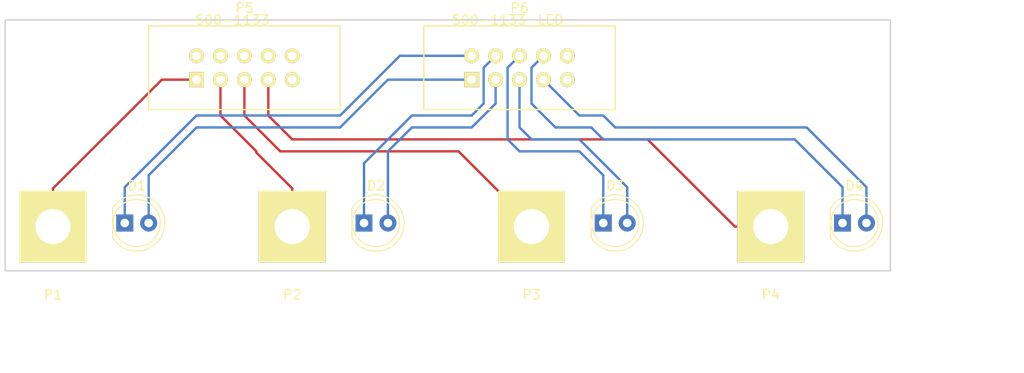
<source format=kicad_pcb>
(kicad_pcb (version 20171130) (host pcbnew "(5.0.0)")

  (general
    (thickness 1.6)
    (drawings 7)
    (tracks 64)
    (zones 0)
    (modules 10)
    (nets 13)
  )

  (page A4)
  (layers
    (0 F.Cu signal)
    (31 B.Cu signal)
    (32 B.Adhes user)
    (33 F.Adhes user)
    (34 B.Paste user)
    (35 F.Paste user)
    (36 B.SilkS user)
    (37 F.SilkS user)
    (38 B.Mask user)
    (39 F.Mask user)
    (40 Dwgs.User user)
    (41 Cmts.User user)
    (42 Eco1.User user)
    (43 Eco2.User user)
    (44 Edge.Cuts user)
    (45 Margin user)
    (46 B.CrtYd user)
    (47 F.CrtYd user)
    (48 B.Fab user)
    (49 F.Fab user)
  )

  (setup
    (last_trace_width 0.25)
    (trace_clearance 0.2)
    (zone_clearance 0.508)
    (zone_45_only no)
    (trace_min 0.2)
    (segment_width 0.2)
    (edge_width 0.15)
    (via_size 0.8)
    (via_drill 0.4)
    (via_min_size 0.4)
    (via_min_drill 0.3)
    (uvia_size 0.3)
    (uvia_drill 0.1)
    (uvias_allowed no)
    (uvia_min_size 0.2)
    (uvia_min_drill 0.1)
    (pcb_text_width 0.3)
    (pcb_text_size 1.5 1.5)
    (mod_edge_width 0.15)
    (mod_text_size 1 1)
    (mod_text_width 0.15)
    (pad_size 1.524 1.524)
    (pad_drill 0.762)
    (pad_to_mask_clearance 0.2)
    (aux_axis_origin 0 0)
    (visible_elements FFFFEF7F)
    (pcbplotparams
      (layerselection 0x010fc_ffffffff)
      (usegerberextensions false)
      (usegerberattributes false)
      (usegerberadvancedattributes false)
      (creategerberjobfile false)
      (excludeedgelayer true)
      (linewidth 0.100000)
      (plotframeref false)
      (viasonmask false)
      (mode 1)
      (useauxorigin false)
      (hpglpennumber 1)
      (hpglpenspeed 20)
      (hpglpendiameter 15.000000)
      (psnegative false)
      (psa4output false)
      (plotreference true)
      (plotvalue true)
      (plotinvisibletext false)
      (padsonsilk false)
      (subtractmaskfromsilk false)
      (outputformat 1)
      (mirror false)
      (drillshape 1)
      (scaleselection 1)
      (outputdirectory ""))
  )

  (net 0 "")
  (net 1 "Net-(D1-Pad1)")
  (net 2 "Net-(D1-Pad2)")
  (net 3 "Net-(D2-Pad2)")
  (net 4 "Net-(D2-Pad1)")
  (net 5 "Net-(D3-Pad1)")
  (net 6 "Net-(D3-Pad2)")
  (net 7 "Net-(D4-Pad2)")
  (net 8 "Net-(D4-Pad1)")
  (net 9 "Net-(P1-Pad1)")
  (net 10 "Net-(P2-Pad1)")
  (net 11 "Net-(P3-Pad1)")
  (net 12 "Net-(P4-Pad1)")

  (net_class Default "This is the default net class."
    (clearance 0.2)
    (trace_width 0.25)
    (via_dia 0.8)
    (via_drill 0.4)
    (uvia_dia 0.3)
    (uvia_drill 0.1)
    (add_net "Net-(D1-Pad1)")
    (add_net "Net-(D1-Pad2)")
    (add_net "Net-(D2-Pad1)")
    (add_net "Net-(D2-Pad2)")
    (add_net "Net-(D3-Pad1)")
    (add_net "Net-(D3-Pad2)")
    (add_net "Net-(D4-Pad1)")
    (add_net "Net-(D4-Pad2)")
    (add_net "Net-(P1-Pad1)")
    (add_net "Net-(P2-Pad1)")
    (add_net "Net-(P3-Pad1)")
    (add_net "Net-(P4-Pad1)")
  )

  (module FootPrints:LED_5.0mm (layer F.Cu) (tedit 58A0C566) (tstamp 5B6E1C7B)
    (at 83.82 45.72)
    (descr "LED, diameter 5.0mm, 2 pins, http://cdn-reichelt.de/documents/datenblatt/A500/LL-504BC2E-009.pdf")
    (tags "LED diameter 5.0mm 2 pins")
    (path /5B6EA28E)
    (fp_text reference D1 (at 1.27 -3.96) (layer F.SilkS)
      (effects (font (size 1 1) (thickness 0.15)))
    )
    (fp_text value LED_ALT (at 1.27 3.96) (layer F.Fab)
      (effects (font (size 1 1) (thickness 0.15)))
    )
    (fp_arc (start 1.27 0) (end -1.23 -1.469694) (angle 299.1) (layer F.Fab) (width 0.1))
    (fp_arc (start 1.27 0) (end -1.29 -1.54483) (angle 148.9) (layer F.SilkS) (width 0.12))
    (fp_arc (start 1.27 0) (end -1.29 1.54483) (angle -148.9) (layer F.SilkS) (width 0.12))
    (fp_circle (center 1.27 0) (end 3.77 0) (layer F.Fab) (width 0.1))
    (fp_circle (center 1.27 0) (end 3.77 0) (layer F.SilkS) (width 0.12))
    (fp_line (start -1.23 -1.469694) (end -1.23 1.469694) (layer F.Fab) (width 0.1))
    (fp_line (start -1.29 -1.545) (end -1.29 1.545) (layer F.SilkS) (width 0.12))
    (fp_line (start -1.95 -3.25) (end -1.95 3.25) (layer F.CrtYd) (width 0.05))
    (fp_line (start -1.95 3.25) (end 4.5 3.25) (layer F.CrtYd) (width 0.05))
    (fp_line (start 4.5 3.25) (end 4.5 -3.25) (layer F.CrtYd) (width 0.05))
    (fp_line (start 4.5 -3.25) (end -1.95 -3.25) (layer F.CrtYd) (width 0.05))
    (pad 1 thru_hole rect (at 0 0) (size 1.8 1.8) (drill 0.9144) (layers *.Cu *.Mask)
      (net 1 "Net-(D1-Pad1)"))
    (pad 2 thru_hole circle (at 2.54 0) (size 1.8 1.8) (drill 0.9144) (layers *.Cu *.Mask)
      (net 2 "Net-(D1-Pad2)"))
    (model LEDs.3dshapes/LED_D5.0mm.wrl
      (at (xyz 0 0 0))
      (scale (xyz 0.393701 0.393701 0.393701))
      (rotate (xyz 0 0 0))
    )
  )

  (module FootPrints:LED_5.0mm (layer F.Cu) (tedit 58A0C566) (tstamp 5B6E1C8C)
    (at 109.22 45.72)
    (descr "LED, diameter 5.0mm, 2 pins, http://cdn-reichelt.de/documents/datenblatt/A500/LL-504BC2E-009.pdf")
    (tags "LED diameter 5.0mm 2 pins")
    (path /5B6EA352)
    (fp_text reference D2 (at 1.27 -3.96) (layer F.SilkS)
      (effects (font (size 1 1) (thickness 0.15)))
    )
    (fp_text value LED_ALT (at 1.27 3.96) (layer F.Fab)
      (effects (font (size 1 1) (thickness 0.15)))
    )
    (fp_line (start 4.5 -3.25) (end -1.95 -3.25) (layer F.CrtYd) (width 0.05))
    (fp_line (start 4.5 3.25) (end 4.5 -3.25) (layer F.CrtYd) (width 0.05))
    (fp_line (start -1.95 3.25) (end 4.5 3.25) (layer F.CrtYd) (width 0.05))
    (fp_line (start -1.95 -3.25) (end -1.95 3.25) (layer F.CrtYd) (width 0.05))
    (fp_line (start -1.29 -1.545) (end -1.29 1.545) (layer F.SilkS) (width 0.12))
    (fp_line (start -1.23 -1.469694) (end -1.23 1.469694) (layer F.Fab) (width 0.1))
    (fp_circle (center 1.27 0) (end 3.77 0) (layer F.SilkS) (width 0.12))
    (fp_circle (center 1.27 0) (end 3.77 0) (layer F.Fab) (width 0.1))
    (fp_arc (start 1.27 0) (end -1.29 1.54483) (angle -148.9) (layer F.SilkS) (width 0.12))
    (fp_arc (start 1.27 0) (end -1.29 -1.54483) (angle 148.9) (layer F.SilkS) (width 0.12))
    (fp_arc (start 1.27 0) (end -1.23 -1.469694) (angle 299.1) (layer F.Fab) (width 0.1))
    (pad 2 thru_hole circle (at 2.54 0) (size 1.8 1.8) (drill 0.9144) (layers *.Cu *.Mask)
      (net 3 "Net-(D2-Pad2)"))
    (pad 1 thru_hole rect (at 0 0) (size 1.8 1.8) (drill 0.9144) (layers *.Cu *.Mask)
      (net 4 "Net-(D2-Pad1)"))
    (model LEDs.3dshapes/LED_D5.0mm.wrl
      (at (xyz 0 0 0))
      (scale (xyz 0.393701 0.393701 0.393701))
      (rotate (xyz 0 0 0))
    )
  )

  (module FootPrints:LED_5.0mm (layer F.Cu) (tedit 58A0C566) (tstamp 5B6E1C9D)
    (at 134.62 45.72)
    (descr "LED, diameter 5.0mm, 2 pins, http://cdn-reichelt.de/documents/datenblatt/A500/LL-504BC2E-009.pdf")
    (tags "LED diameter 5.0mm 2 pins")
    (path /5B6EA37E)
    (fp_text reference D3 (at 1.27 -3.96) (layer F.SilkS)
      (effects (font (size 1 1) (thickness 0.15)))
    )
    (fp_text value LED_ALT (at 1.27 3.96) (layer F.Fab)
      (effects (font (size 1 1) (thickness 0.15)))
    )
    (fp_arc (start 1.27 0) (end -1.23 -1.469694) (angle 299.1) (layer F.Fab) (width 0.1))
    (fp_arc (start 1.27 0) (end -1.29 -1.54483) (angle 148.9) (layer F.SilkS) (width 0.12))
    (fp_arc (start 1.27 0) (end -1.29 1.54483) (angle -148.9) (layer F.SilkS) (width 0.12))
    (fp_circle (center 1.27 0) (end 3.77 0) (layer F.Fab) (width 0.1))
    (fp_circle (center 1.27 0) (end 3.77 0) (layer F.SilkS) (width 0.12))
    (fp_line (start -1.23 -1.469694) (end -1.23 1.469694) (layer F.Fab) (width 0.1))
    (fp_line (start -1.29 -1.545) (end -1.29 1.545) (layer F.SilkS) (width 0.12))
    (fp_line (start -1.95 -3.25) (end -1.95 3.25) (layer F.CrtYd) (width 0.05))
    (fp_line (start -1.95 3.25) (end 4.5 3.25) (layer F.CrtYd) (width 0.05))
    (fp_line (start 4.5 3.25) (end 4.5 -3.25) (layer F.CrtYd) (width 0.05))
    (fp_line (start 4.5 -3.25) (end -1.95 -3.25) (layer F.CrtYd) (width 0.05))
    (pad 1 thru_hole rect (at 0 0) (size 1.8 1.8) (drill 0.9144) (layers *.Cu *.Mask)
      (net 5 "Net-(D3-Pad1)"))
    (pad 2 thru_hole circle (at 2.54 0) (size 1.8 1.8) (drill 0.9144) (layers *.Cu *.Mask)
      (net 6 "Net-(D3-Pad2)"))
    (model LEDs.3dshapes/LED_D5.0mm.wrl
      (at (xyz 0 0 0))
      (scale (xyz 0.393701 0.393701 0.393701))
      (rotate (xyz 0 0 0))
    )
  )

  (module FootPrints:LED_5.0mm (layer F.Cu) (tedit 58A0C566) (tstamp 5B6E1EB7)
    (at 160.02 45.72)
    (descr "LED, diameter 5.0mm, 2 pins, http://cdn-reichelt.de/documents/datenblatt/A500/LL-504BC2E-009.pdf")
    (tags "LED diameter 5.0mm 2 pins")
    (path /5B6EA3AA)
    (fp_text reference D4 (at 1.27 -3.96) (layer F.SilkS)
      (effects (font (size 1 1) (thickness 0.15)))
    )
    (fp_text value LED_ALT (at 1.27 3.96) (layer F.Fab)
      (effects (font (size 1 1) (thickness 0.15)))
    )
    (fp_line (start 4.5 -3.25) (end -1.95 -3.25) (layer F.CrtYd) (width 0.05))
    (fp_line (start 4.5 3.25) (end 4.5 -3.25) (layer F.CrtYd) (width 0.05))
    (fp_line (start -1.95 3.25) (end 4.5 3.25) (layer F.CrtYd) (width 0.05))
    (fp_line (start -1.95 -3.25) (end -1.95 3.25) (layer F.CrtYd) (width 0.05))
    (fp_line (start -1.29 -1.545) (end -1.29 1.545) (layer F.SilkS) (width 0.12))
    (fp_line (start -1.23 -1.469694) (end -1.23 1.469694) (layer F.Fab) (width 0.1))
    (fp_circle (center 1.27 0) (end 3.77 0) (layer F.SilkS) (width 0.12))
    (fp_circle (center 1.27 0) (end 3.77 0) (layer F.Fab) (width 0.1))
    (fp_arc (start 1.27 0) (end -1.29 1.54483) (angle -148.9) (layer F.SilkS) (width 0.12))
    (fp_arc (start 1.27 0) (end -1.29 -1.54483) (angle 148.9) (layer F.SilkS) (width 0.12))
    (fp_arc (start 1.27 0) (end -1.23 -1.469694) (angle 299.1) (layer F.Fab) (width 0.1))
    (pad 2 thru_hole circle (at 2.54 0) (size 1.8 1.8) (drill 0.9144) (layers *.Cu *.Mask)
      (net 7 "Net-(D4-Pad2)"))
    (pad 1 thru_hole rect (at 0 0) (size 1.8 1.8) (drill 0.9144) (layers *.Cu *.Mask)
      (net 8 "Net-(D4-Pad1)"))
    (model LEDs.3dshapes/LED_D5.0mm.wrl
      (at (xyz 0 0 0))
      (scale (xyz 0.393701 0.393701 0.393701))
      (rotate (xyz 0 0 0))
    )
  )

  (module FootPrints:KF2-256-TerminalPad (layer F.Cu) (tedit 58852654) (tstamp 5B6E1CB3)
    (at 76.2 50.8)
    (path /5B6E67D4)
    (fp_text reference P1 (at 0 2.54) (layer F.SilkS)
      (effects (font (size 1 1) (thickness 0.15)))
    )
    (fp_text value PAD-KF2-256 (at 0 1.27) (layer F.Fab)
      (effects (font (size 1 1) (thickness 0.15)))
    )
    (pad 1 thru_hole rect (at 0 -4.699) (size 7.112 7.62) (drill 3.7338) (layers *.Cu *.Mask F.SilkS)
      (net 9 "Net-(P1-Pad1)"))
  )

  (module FootPrints:KF2-256-TerminalPad (layer F.Cu) (tedit 58852654) (tstamp 5B6E1CB8)
    (at 101.6 50.8)
    (path /5B6E69B6)
    (fp_text reference P2 (at 0 2.54) (layer F.SilkS)
      (effects (font (size 1 1) (thickness 0.15)))
    )
    (fp_text value PAD-KF2-256 (at 0 1.27) (layer F.Fab)
      (effects (font (size 1 1) (thickness 0.15)))
    )
    (pad 1 thru_hole rect (at 0 -4.699) (size 7.112 7.62) (drill 3.7338) (layers *.Cu *.Mask F.SilkS)
      (net 10 "Net-(P2-Pad1)"))
  )

  (module FootPrints:KF2-256-TerminalPad (layer F.Cu) (tedit 58852654) (tstamp 5B6E1CBD)
    (at 127 50.8)
    (path /5B6E69D6)
    (fp_text reference P3 (at 0 2.54) (layer F.SilkS)
      (effects (font (size 1 1) (thickness 0.15)))
    )
    (fp_text value PAD-KF2-256 (at 0 1.27) (layer F.Fab)
      (effects (font (size 1 1) (thickness 0.15)))
    )
    (pad 1 thru_hole rect (at 0 -4.699) (size 7.112 7.62) (drill 3.7338) (layers *.Cu *.Mask F.SilkS)
      (net 11 "Net-(P3-Pad1)"))
  )

  (module FootPrints:KF2-256-TerminalPad (layer F.Cu) (tedit 58852654) (tstamp 5B6E1CC2)
    (at 152.4 50.8)
    (path /5B6E69F8)
    (fp_text reference P4 (at 0 2.54) (layer F.SilkS)
      (effects (font (size 1 1) (thickness 0.15)))
    )
    (fp_text value PAD-KF2-256 (at 0 1.27) (layer F.Fab)
      (effects (font (size 1 1) (thickness 0.15)))
    )
    (pad 1 thru_hole rect (at 0 -4.699) (size 7.112 7.62) (drill 3.7338) (layers *.Cu *.Mask F.SilkS)
      (net 12 "Net-(P4-Pad1)"))
  )

  (module FootPrints:IDC5x2_Vert (layer F.Cu) (tedit 58C2383B) (tstamp 5B6E1CD8)
    (at 96.52 29.21 180)
    (path /5B6E2B2A)
    (fp_text reference P5 (at 0 6.35 180) (layer F.SilkS)
      (effects (font (size 1 1) (thickness 0.15)))
    )
    (fp_text value 500-1133 (at 1.27 5.08 180) (layer F.SilkS)
      (effects (font (size 1 1) (thickness 0.15)))
    )
    (fp_line (start 10.16 4.445) (end 10.16 2.54) (layer F.SilkS) (width 0.15))
    (fp_line (start -10.16 4.445) (end 10.16 4.445) (layer F.SilkS) (width 0.15))
    (fp_line (start -10.16 2.54) (end -10.16 4.445) (layer F.SilkS) (width 0.15))
    (fp_line (start 10.16 -4.445) (end 10.16 -2.54) (layer F.SilkS) (width 0.15))
    (fp_line (start -10.16 -4.445) (end 10.16 -4.445) (layer F.SilkS) (width 0.15))
    (fp_line (start -10.16 -2.54) (end -10.16 -4.445) (layer F.SilkS) (width 0.15))
    (fp_line (start -10.16 2.54) (end -10.16 -2.54) (layer F.SilkS) (width 0.15))
    (fp_line (start 10.16 -2.54) (end 10.16 2.54) (layer F.SilkS) (width 0.15))
    (pad 1 thru_hole rect (at 5.08 -1.27 180) (size 1.5748 1.5748) (drill 0.9144) (layers *.Cu *.Mask F.SilkS)
      (net 9 "Net-(P1-Pad1)"))
    (pad 2 thru_hole circle (at 5.08 1.27 180) (size 1.5748 1.5748) (drill 0.9144) (layers *.Cu *.Mask F.SilkS))
    (pad 3 thru_hole circle (at 2.54 -1.27 180) (size 1.5748 1.5748) (drill 0.9144) (layers *.Cu *.Mask F.SilkS)
      (net 10 "Net-(P2-Pad1)"))
    (pad 4 thru_hole circle (at 2.54 1.27 180) (size 1.5748 1.5748) (drill 0.9144) (layers *.Cu *.Mask F.SilkS))
    (pad 5 thru_hole circle (at 0 -1.27 180) (size 1.5748 1.5748) (drill 0.9144) (layers *.Cu *.Mask F.SilkS)
      (net 11 "Net-(P3-Pad1)"))
    (pad 6 thru_hole circle (at 0 1.27 180) (size 1.5748 1.5748) (drill 0.9144) (layers *.Cu *.Mask F.SilkS))
    (pad 7 thru_hole circle (at -2.54 -1.27 180) (size 1.5748 1.5748) (drill 0.9144) (layers *.Cu *.Mask F.SilkS)
      (net 12 "Net-(P4-Pad1)"))
    (pad 8 thru_hole circle (at -2.54 1.27 180) (size 1.5748 1.5748) (drill 0.9144) (layers *.Cu *.Mask F.SilkS))
    (pad 9 thru_hole circle (at -5.08 -1.27 180) (size 1.5748 1.5748) (drill 0.9144) (layers *.Cu *.Mask F.SilkS))
    (pad 10 thru_hole circle (at -5.08 1.27 180) (size 1.5748 1.5748) (drill 0.9144) (layers *.Cu *.Mask F.SilkS))
  )

  (module FootPrints:IDC5x2_Vert (layer F.Cu) (tedit 58C2383B) (tstamp 5B6E1CEE)
    (at 125.73 29.21 180)
    (path /5B6E2BD6)
    (fp_text reference P6 (at 0 6.35 180) (layer F.SilkS)
      (effects (font (size 1 1) (thickness 0.15)))
    )
    (fp_text value 500-1133-LED (at 1.27 5.08 180) (layer F.SilkS)
      (effects (font (size 1 1) (thickness 0.15)))
    )
    (fp_line (start 10.16 -2.54) (end 10.16 2.54) (layer F.SilkS) (width 0.15))
    (fp_line (start -10.16 2.54) (end -10.16 -2.54) (layer F.SilkS) (width 0.15))
    (fp_line (start -10.16 -2.54) (end -10.16 -4.445) (layer F.SilkS) (width 0.15))
    (fp_line (start -10.16 -4.445) (end 10.16 -4.445) (layer F.SilkS) (width 0.15))
    (fp_line (start 10.16 -4.445) (end 10.16 -2.54) (layer F.SilkS) (width 0.15))
    (fp_line (start -10.16 2.54) (end -10.16 4.445) (layer F.SilkS) (width 0.15))
    (fp_line (start -10.16 4.445) (end 10.16 4.445) (layer F.SilkS) (width 0.15))
    (fp_line (start 10.16 4.445) (end 10.16 2.54) (layer F.SilkS) (width 0.15))
    (pad 10 thru_hole circle (at -5.08 1.27 180) (size 1.5748 1.5748) (drill 0.9144) (layers *.Cu *.Mask F.SilkS))
    (pad 9 thru_hole circle (at -5.08 -1.27 180) (size 1.5748 1.5748) (drill 0.9144) (layers *.Cu *.Mask F.SilkS))
    (pad 8 thru_hole circle (at -2.54 1.27 180) (size 1.5748 1.5748) (drill 0.9144) (layers *.Cu *.Mask F.SilkS)
      (net 8 "Net-(D4-Pad1)"))
    (pad 7 thru_hole circle (at -2.54 -1.27 180) (size 1.5748 1.5748) (drill 0.9144) (layers *.Cu *.Mask F.SilkS)
      (net 7 "Net-(D4-Pad2)"))
    (pad 6 thru_hole circle (at 0 1.27 180) (size 1.5748 1.5748) (drill 0.9144) (layers *.Cu *.Mask F.SilkS)
      (net 5 "Net-(D3-Pad1)"))
    (pad 5 thru_hole circle (at 0 -1.27 180) (size 1.5748 1.5748) (drill 0.9144) (layers *.Cu *.Mask F.SilkS)
      (net 6 "Net-(D3-Pad2)"))
    (pad 4 thru_hole circle (at 2.54 1.27 180) (size 1.5748 1.5748) (drill 0.9144) (layers *.Cu *.Mask F.SilkS)
      (net 4 "Net-(D2-Pad1)"))
    (pad 3 thru_hole circle (at 2.54 -1.27 180) (size 1.5748 1.5748) (drill 0.9144) (layers *.Cu *.Mask F.SilkS)
      (net 3 "Net-(D2-Pad2)"))
    (pad 2 thru_hole circle (at 5.08 1.27 180) (size 1.5748 1.5748) (drill 0.9144) (layers *.Cu *.Mask F.SilkS)
      (net 1 "Net-(D1-Pad1)"))
    (pad 1 thru_hole rect (at 5.08 -1.27 180) (size 1.5748 1.5748) (drill 0.9144) (layers *.Cu *.Mask F.SilkS)
      (net 2 "Net-(D1-Pad2)"))
  )

  (dimension 26.67 (width 0.3) (layer F.Fab)
    (gr_text "1.0500 in" (at 177.36 37.465 90) (layer F.Fab)
      (effects (font (size 1.5 1.5) (thickness 0.3)))
    )
    (feature1 (pts (xy 166.37 24.13) (xy 175.846421 24.13)))
    (feature2 (pts (xy 166.37 50.8) (xy 175.846421 50.8)))
    (crossbar (pts (xy 175.26 50.8) (xy 175.26 24.13)))
    (arrow1a (pts (xy 175.26 24.13) (xy 175.846421 25.256504)))
    (arrow1b (pts (xy 175.26 24.13) (xy 174.673579 25.256504)))
    (arrow2a (pts (xy 175.26 50.8) (xy 175.846421 49.673496)))
    (arrow2b (pts (xy 175.26 50.8) (xy 174.673579 49.673496)))
  )
  (dimension 93.98 (width 0.3) (layer F.Fab)
    (gr_text "3.7000 in" (at 118.11 63.06) (layer F.Fab)
      (effects (font (size 1.5 1.5) (thickness 0.3)))
    )
    (feature1 (pts (xy 165.1 52.07) (xy 165.1 61.546421)))
    (feature2 (pts (xy 71.12 52.07) (xy 71.12 61.546421)))
    (crossbar (pts (xy 71.12 60.96) (xy 165.1 60.96)))
    (arrow1a (pts (xy 165.1 60.96) (xy 163.973496 61.546421)))
    (arrow1b (pts (xy 165.1 60.96) (xy 163.973496 60.373579)))
    (arrow2a (pts (xy 71.12 60.96) (xy 72.246504 61.546421)))
    (arrow2b (pts (xy 71.12 60.96) (xy 72.246504 60.373579)))
  )
  (gr_line (start 71.12 24.13) (end 72.39 24.13) (layer Edge.Cuts) (width 0.15))
  (gr_line (start 71.12 50.8) (end 71.12 24.13) (layer Edge.Cuts) (width 0.15))
  (gr_line (start 165.1 24.13) (end 72.39 24.13) (layer Edge.Cuts) (width 0.15))
  (gr_line (start 165.1 50.8) (end 165.1 24.13) (layer Edge.Cuts) (width 0.15))
  (gr_line (start 71.12 50.8) (end 165.1 50.8) (layer Edge.Cuts) (width 0.15))

  (segment (start 83.82 45.72) (end 83.82 41.91) (width 0.25) (layer B.Cu) (net 1))
  (segment (start 83.82 41.91) (end 91.44 34.29) (width 0.25) (layer B.Cu) (net 1))
  (segment (start 91.44 34.29) (end 106.68 34.29) (width 0.25) (layer B.Cu) (net 1))
  (segment (start 106.68 34.29) (end 113.03 27.94) (width 0.25) (layer B.Cu) (net 1))
  (segment (start 113.03 27.94) (end 120.65 27.94) (width 0.25) (layer B.Cu) (net 1))
  (segment (start 86.36 45.72) (end 86.36 40.64) (width 0.25) (layer B.Cu) (net 2))
  (segment (start 86.36 40.64) (end 91.44 35.56) (width 0.25) (layer B.Cu) (net 2))
  (segment (start 91.44 35.56) (end 106.68 35.56) (width 0.25) (layer B.Cu) (net 2))
  (segment (start 106.68 35.56) (end 111.76 30.48) (width 0.25) (layer B.Cu) (net 2))
  (segment (start 111.76 30.48) (end 120.65 30.48) (width 0.25) (layer B.Cu) (net 2))
  (segment (start 111.76 45.72) (end 111.76 38.1) (width 0.25) (layer B.Cu) (net 3))
  (segment (start 111.76 38.1) (end 114.3 35.56) (width 0.25) (layer B.Cu) (net 3))
  (segment (start 114.3 35.56) (end 120.65 35.56) (width 0.25) (layer B.Cu) (net 3))
  (segment (start 120.65 35.56) (end 123.19 33.02) (width 0.25) (layer B.Cu) (net 3))
  (segment (start 123.19 33.02) (end 123.19 30.48) (width 0.25) (layer B.Cu) (net 3))
  (segment (start 109.22 39.37) (end 114.3 34.29) (width 0.25) (layer B.Cu) (net 4))
  (segment (start 109.22 45.72) (end 109.22 39.37) (width 0.25) (layer B.Cu) (net 4))
  (segment (start 114.3 34.29) (end 120.65 34.29) (width 0.25) (layer B.Cu) (net 4))
  (segment (start 120.65 34.29) (end 121.92 33.02) (width 0.25) (layer B.Cu) (net 4))
  (segment (start 121.92 33.02) (end 121.92 29.21) (width 0.25) (layer B.Cu) (net 4))
  (segment (start 121.92 29.21) (end 123.19 27.94) (width 0.25) (layer B.Cu) (net 4))
  (segment (start 124.46 29.21) (end 125.73 27.94) (width 0.25) (layer B.Cu) (net 5))
  (segment (start 124.46 36.83) (end 124.46 29.21) (width 0.25) (layer B.Cu) (net 5))
  (segment (start 125.73 38.1) (end 124.46 36.83) (width 0.25) (layer B.Cu) (net 5))
  (segment (start 132.08 38.1) (end 125.73 38.1) (width 0.25) (layer B.Cu) (net 5))
  (segment (start 134.62 45.72) (end 134.62 40.64) (width 0.25) (layer B.Cu) (net 5))
  (segment (start 134.62 40.64) (end 132.08 38.1) (width 0.25) (layer B.Cu) (net 5))
  (segment (start 137.16 45.72) (end 137.16 41.91) (width 0.25) (layer B.Cu) (net 6))
  (segment (start 137.16 41.91) (end 132.08 36.83) (width 0.25) (layer B.Cu) (net 6))
  (segment (start 132.08 36.83) (end 127 36.83) (width 0.25) (layer B.Cu) (net 6))
  (segment (start 127 36.83) (end 125.73 35.56) (width 0.25) (layer B.Cu) (net 6))
  (segment (start 125.73 35.56) (end 125.73 30.48) (width 0.25) (layer B.Cu) (net 6))
  (segment (start 162.56 45.72) (end 162.56 41.91) (width 0.25) (layer B.Cu) (net 7))
  (segment (start 162.56 41.91) (end 156.21 35.56) (width 0.25) (layer B.Cu) (net 7))
  (segment (start 156.21 35.56) (end 135.89 35.56) (width 0.25) (layer B.Cu) (net 7))
  (segment (start 135.89 35.56) (end 134.62 34.29) (width 0.25) (layer B.Cu) (net 7))
  (segment (start 134.62 34.29) (end 132.08 34.29) (width 0.25) (layer B.Cu) (net 7))
  (segment (start 132.08 34.29) (end 128.27 30.48) (width 0.25) (layer B.Cu) (net 7))
  (segment (start 127 29.21) (end 128.27 27.94) (width 0.25) (layer B.Cu) (net 8))
  (segment (start 127 33.02) (end 127 29.21) (width 0.25) (layer B.Cu) (net 8))
  (segment (start 160.02 41.91) (end 154.94 36.83) (width 0.25) (layer B.Cu) (net 8))
  (segment (start 160.02 45.72) (end 160.02 41.91) (width 0.25) (layer B.Cu) (net 8))
  (segment (start 154.94 36.83) (end 134.62 36.83) (width 0.25) (layer B.Cu) (net 8))
  (segment (start 134.62 36.83) (end 133.35 35.56) (width 0.25) (layer B.Cu) (net 8))
  (segment (start 133.35 35.56) (end 129.54 35.56) (width 0.25) (layer B.Cu) (net 8))
  (segment (start 129.54 35.56) (end 127 33.02) (width 0.25) (layer B.Cu) (net 8))
  (segment (start 87.761 30.48) (end 91.44 30.48) (width 0.25) (layer F.Cu) (net 9))
  (segment (start 76.2 46.101) (end 76.2 42.041) (width 0.25) (layer F.Cu) (net 9))
  (segment (start 76.2 42.041) (end 87.761 30.48) (width 0.25) (layer F.Cu) (net 9))
  (segment (start 101.6 42.041) (end 97.79 38.231) (width 0.25) (layer F.Cu) (net 10))
  (segment (start 101.6 46.101) (end 101.6 42.041) (width 0.25) (layer F.Cu) (net 10))
  (segment (start 97.79 38.231) (end 97.79 38.1) (width 0.25) (layer F.Cu) (net 10))
  (segment (start 93.98 34.29) (end 93.98 30.48) (width 0.25) (layer F.Cu) (net 10))
  (segment (start 97.79 38.1) (end 93.98 34.29) (width 0.25) (layer F.Cu) (net 10))
  (segment (start 96.52 34.29) (end 96.52 30.48) (width 0.25) (layer F.Cu) (net 11))
  (segment (start 100.33 38.1) (end 96.52 34.29) (width 0.25) (layer F.Cu) (net 11))
  (segment (start 119.253 38.1) (end 100.33 38.1) (width 0.25) (layer F.Cu) (net 11))
  (segment (start 127 46.101) (end 127 45.847) (width 0.25) (layer F.Cu) (net 11))
  (segment (start 127 45.847) (end 119.253 38.1) (width 0.25) (layer F.Cu) (net 11))
  (segment (start 99.06 34.29) (end 99.06 30.48) (width 0.25) (layer F.Cu) (net 12))
  (segment (start 101.6 36.83) (end 99.06 34.29) (width 0.25) (layer F.Cu) (net 12))
  (segment (start 139.323 36.83) (end 101.6 36.83) (width 0.25) (layer F.Cu) (net 12))
  (segment (start 152.4 46.101) (end 148.594 46.101) (width 0.25) (layer F.Cu) (net 12))
  (segment (start 148.594 46.101) (end 139.323 36.83) (width 0.25) (layer F.Cu) (net 12))

)

</source>
